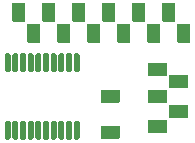
<source format=gts>
G04 #@! TF.GenerationSoftware,KiCad,Pcbnew,(5.1.7)-1*
G04 #@! TF.CreationDate,2020-11-15T22:52:21-06:00*
G04 #@! TF.ProjectId,snesdecoder,736e6573-6465-4636-9f64-65722e6b6963,v01*
G04 #@! TF.SameCoordinates,Original*
G04 #@! TF.FileFunction,Soldermask,Top*
G04 #@! TF.FilePolarity,Negative*
%FSLAX46Y46*%
G04 Gerber Fmt 4.6, Leading zero omitted, Abs format (unit mm)*
G04 Created by KiCad (PCBNEW (5.1.7)-1) date 2020-11-15 22:52:21*
%MOMM*%
%LPD*%
G01*
G04 APERTURE LIST*
G04 APERTURE END LIST*
G36*
G01*
X151950400Y-83175800D02*
X151699600Y-83175800D01*
G75*
G02*
X151574200Y-83050400I0J125400D01*
G01*
X151574200Y-81724600D01*
G75*
G02*
X151699600Y-81599200I125400J0D01*
G01*
X151950400Y-81599200D01*
G75*
G02*
X152075800Y-81724600I0J-125400D01*
G01*
X152075800Y-83050400D01*
G75*
G02*
X151950400Y-83175800I-125400J0D01*
G01*
G37*
G36*
G01*
X152600400Y-83175800D02*
X152349600Y-83175800D01*
G75*
G02*
X152224200Y-83050400I0J125400D01*
G01*
X152224200Y-81724600D01*
G75*
G02*
X152349600Y-81599200I125400J0D01*
G01*
X152600400Y-81599200D01*
G75*
G02*
X152725800Y-81724600I0J-125400D01*
G01*
X152725800Y-83050400D01*
G75*
G02*
X152600400Y-83175800I-125400J0D01*
G01*
G37*
G36*
G01*
X153250400Y-83175800D02*
X152999600Y-83175800D01*
G75*
G02*
X152874200Y-83050400I0J125400D01*
G01*
X152874200Y-81724600D01*
G75*
G02*
X152999600Y-81599200I125400J0D01*
G01*
X153250400Y-81599200D01*
G75*
G02*
X153375800Y-81724600I0J-125400D01*
G01*
X153375800Y-83050400D01*
G75*
G02*
X153250400Y-83175800I-125400J0D01*
G01*
G37*
G36*
G01*
X153900400Y-83175800D02*
X153649600Y-83175800D01*
G75*
G02*
X153524200Y-83050400I0J125400D01*
G01*
X153524200Y-81724600D01*
G75*
G02*
X153649600Y-81599200I125400J0D01*
G01*
X153900400Y-81599200D01*
G75*
G02*
X154025800Y-81724600I0J-125400D01*
G01*
X154025800Y-83050400D01*
G75*
G02*
X153900400Y-83175800I-125400J0D01*
G01*
G37*
G36*
G01*
X154550400Y-83175800D02*
X154299600Y-83175800D01*
G75*
G02*
X154174200Y-83050400I0J125400D01*
G01*
X154174200Y-81724600D01*
G75*
G02*
X154299600Y-81599200I125400J0D01*
G01*
X154550400Y-81599200D01*
G75*
G02*
X154675800Y-81724600I0J-125400D01*
G01*
X154675800Y-83050400D01*
G75*
G02*
X154550400Y-83175800I-125400J0D01*
G01*
G37*
G36*
G01*
X155200400Y-83175800D02*
X154949600Y-83175800D01*
G75*
G02*
X154824200Y-83050400I0J125400D01*
G01*
X154824200Y-81724600D01*
G75*
G02*
X154949600Y-81599200I125400J0D01*
G01*
X155200400Y-81599200D01*
G75*
G02*
X155325800Y-81724600I0J-125400D01*
G01*
X155325800Y-83050400D01*
G75*
G02*
X155200400Y-83175800I-125400J0D01*
G01*
G37*
G36*
G01*
X155850400Y-83175800D02*
X155599600Y-83175800D01*
G75*
G02*
X155474200Y-83050400I0J125400D01*
G01*
X155474200Y-81724600D01*
G75*
G02*
X155599600Y-81599200I125400J0D01*
G01*
X155850400Y-81599200D01*
G75*
G02*
X155975800Y-81724600I0J-125400D01*
G01*
X155975800Y-83050400D01*
G75*
G02*
X155850400Y-83175800I-125400J0D01*
G01*
G37*
G36*
G01*
X156500400Y-83175800D02*
X156249600Y-83175800D01*
G75*
G02*
X156124200Y-83050400I0J125400D01*
G01*
X156124200Y-81724600D01*
G75*
G02*
X156249600Y-81599200I125400J0D01*
G01*
X156500400Y-81599200D01*
G75*
G02*
X156625800Y-81724600I0J-125400D01*
G01*
X156625800Y-83050400D01*
G75*
G02*
X156500400Y-83175800I-125400J0D01*
G01*
G37*
G36*
G01*
X157150400Y-83175800D02*
X156899600Y-83175800D01*
G75*
G02*
X156774200Y-83050400I0J125400D01*
G01*
X156774200Y-81724600D01*
G75*
G02*
X156899600Y-81599200I125400J0D01*
G01*
X157150400Y-81599200D01*
G75*
G02*
X157275800Y-81724600I0J-125400D01*
G01*
X157275800Y-83050400D01*
G75*
G02*
X157150400Y-83175800I-125400J0D01*
G01*
G37*
G36*
G01*
X157800400Y-83175800D02*
X157549600Y-83175800D01*
G75*
G02*
X157424200Y-83050400I0J125400D01*
G01*
X157424200Y-81724600D01*
G75*
G02*
X157549600Y-81599200I125400J0D01*
G01*
X157800400Y-81599200D01*
G75*
G02*
X157925800Y-81724600I0J-125400D01*
G01*
X157925800Y-83050400D01*
G75*
G02*
X157800400Y-83175800I-125400J0D01*
G01*
G37*
G36*
G01*
X157800400Y-88900800D02*
X157549600Y-88900800D01*
G75*
G02*
X157424200Y-88775400I0J125400D01*
G01*
X157424200Y-87449600D01*
G75*
G02*
X157549600Y-87324200I125400J0D01*
G01*
X157800400Y-87324200D01*
G75*
G02*
X157925800Y-87449600I0J-125400D01*
G01*
X157925800Y-88775400D01*
G75*
G02*
X157800400Y-88900800I-125400J0D01*
G01*
G37*
G36*
G01*
X157150400Y-88900800D02*
X156899600Y-88900800D01*
G75*
G02*
X156774200Y-88775400I0J125400D01*
G01*
X156774200Y-87449600D01*
G75*
G02*
X156899600Y-87324200I125400J0D01*
G01*
X157150400Y-87324200D01*
G75*
G02*
X157275800Y-87449600I0J-125400D01*
G01*
X157275800Y-88775400D01*
G75*
G02*
X157150400Y-88900800I-125400J0D01*
G01*
G37*
G36*
G01*
X156500400Y-88900800D02*
X156249600Y-88900800D01*
G75*
G02*
X156124200Y-88775400I0J125400D01*
G01*
X156124200Y-87449600D01*
G75*
G02*
X156249600Y-87324200I125400J0D01*
G01*
X156500400Y-87324200D01*
G75*
G02*
X156625800Y-87449600I0J-125400D01*
G01*
X156625800Y-88775400D01*
G75*
G02*
X156500400Y-88900800I-125400J0D01*
G01*
G37*
G36*
G01*
X155850400Y-88900800D02*
X155599600Y-88900800D01*
G75*
G02*
X155474200Y-88775400I0J125400D01*
G01*
X155474200Y-87449600D01*
G75*
G02*
X155599600Y-87324200I125400J0D01*
G01*
X155850400Y-87324200D01*
G75*
G02*
X155975800Y-87449600I0J-125400D01*
G01*
X155975800Y-88775400D01*
G75*
G02*
X155850400Y-88900800I-125400J0D01*
G01*
G37*
G36*
G01*
X155200400Y-88900800D02*
X154949600Y-88900800D01*
G75*
G02*
X154824200Y-88775400I0J125400D01*
G01*
X154824200Y-87449600D01*
G75*
G02*
X154949600Y-87324200I125400J0D01*
G01*
X155200400Y-87324200D01*
G75*
G02*
X155325800Y-87449600I0J-125400D01*
G01*
X155325800Y-88775400D01*
G75*
G02*
X155200400Y-88900800I-125400J0D01*
G01*
G37*
G36*
G01*
X154550400Y-88900800D02*
X154299600Y-88900800D01*
G75*
G02*
X154174200Y-88775400I0J125400D01*
G01*
X154174200Y-87449600D01*
G75*
G02*
X154299600Y-87324200I125400J0D01*
G01*
X154550400Y-87324200D01*
G75*
G02*
X154675800Y-87449600I0J-125400D01*
G01*
X154675800Y-88775400D01*
G75*
G02*
X154550400Y-88900800I-125400J0D01*
G01*
G37*
G36*
G01*
X153900400Y-88900800D02*
X153649600Y-88900800D01*
G75*
G02*
X153524200Y-88775400I0J125400D01*
G01*
X153524200Y-87449600D01*
G75*
G02*
X153649600Y-87324200I125400J0D01*
G01*
X153900400Y-87324200D01*
G75*
G02*
X154025800Y-87449600I0J-125400D01*
G01*
X154025800Y-88775400D01*
G75*
G02*
X153900400Y-88900800I-125400J0D01*
G01*
G37*
G36*
G01*
X153250400Y-88900800D02*
X152999600Y-88900800D01*
G75*
G02*
X152874200Y-88775400I0J125400D01*
G01*
X152874200Y-87449600D01*
G75*
G02*
X152999600Y-87324200I125400J0D01*
G01*
X153250400Y-87324200D01*
G75*
G02*
X153375800Y-87449600I0J-125400D01*
G01*
X153375800Y-88775400D01*
G75*
G02*
X153250400Y-88900800I-125400J0D01*
G01*
G37*
G36*
G01*
X152600400Y-88900800D02*
X152349600Y-88900800D01*
G75*
G02*
X152224200Y-88775400I0J125400D01*
G01*
X152224200Y-87449600D01*
G75*
G02*
X152349600Y-87324200I125400J0D01*
G01*
X152600400Y-87324200D01*
G75*
G02*
X152725800Y-87449600I0J-125400D01*
G01*
X152725800Y-88775400D01*
G75*
G02*
X152600400Y-88900800I-125400J0D01*
G01*
G37*
G36*
G01*
X151950400Y-88900800D02*
X151699600Y-88900800D01*
G75*
G02*
X151574200Y-88775400I0J125400D01*
G01*
X151574200Y-87449600D01*
G75*
G02*
X151699600Y-87324200I125400J0D01*
G01*
X151950400Y-87324200D01*
G75*
G02*
X152075800Y-87449600I0J-125400D01*
G01*
X152075800Y-88775400D01*
G75*
G02*
X151950400Y-88900800I-125400J0D01*
G01*
G37*
G36*
G01*
X166189200Y-80652000D02*
X166189200Y-79152000D01*
G75*
G02*
X166240000Y-79101200I50800J0D01*
G01*
X167240000Y-79101200D01*
G75*
G02*
X167290800Y-79152000I0J-50800D01*
G01*
X167290800Y-80652000D01*
G75*
G02*
X167240000Y-80702800I-50800J0D01*
G01*
X166240000Y-80702800D01*
G75*
G02*
X166189200Y-80652000I0J50800D01*
G01*
G37*
G36*
G01*
X164919200Y-78874000D02*
X164919200Y-77374000D01*
G75*
G02*
X164970000Y-77323200I50800J0D01*
G01*
X165970000Y-77323200D01*
G75*
G02*
X166020800Y-77374000I0J-50800D01*
G01*
X166020800Y-78874000D01*
G75*
G02*
X165970000Y-78924800I-50800J0D01*
G01*
X164970000Y-78924800D01*
G75*
G02*
X164919200Y-78874000I0J50800D01*
G01*
G37*
G36*
G01*
X163649200Y-80652000D02*
X163649200Y-79152000D01*
G75*
G02*
X163700000Y-79101200I50800J0D01*
G01*
X164700000Y-79101200D01*
G75*
G02*
X164750800Y-79152000I0J-50800D01*
G01*
X164750800Y-80652000D01*
G75*
G02*
X164700000Y-80702800I-50800J0D01*
G01*
X163700000Y-80702800D01*
G75*
G02*
X163649200Y-80652000I0J50800D01*
G01*
G37*
G36*
G01*
X162379200Y-78874000D02*
X162379200Y-77374000D01*
G75*
G02*
X162430000Y-77323200I50800J0D01*
G01*
X163430000Y-77323200D01*
G75*
G02*
X163480800Y-77374000I0J-50800D01*
G01*
X163480800Y-78874000D01*
G75*
G02*
X163430000Y-78924800I-50800J0D01*
G01*
X162430000Y-78924800D01*
G75*
G02*
X162379200Y-78874000I0J50800D01*
G01*
G37*
G36*
G01*
X161109200Y-80652000D02*
X161109200Y-79152000D01*
G75*
G02*
X161160000Y-79101200I50800J0D01*
G01*
X162160000Y-79101200D01*
G75*
G02*
X162210800Y-79152000I0J-50800D01*
G01*
X162210800Y-80652000D01*
G75*
G02*
X162160000Y-80702800I-50800J0D01*
G01*
X161160000Y-80702800D01*
G75*
G02*
X161109200Y-80652000I0J50800D01*
G01*
G37*
G36*
G01*
X159839200Y-78874000D02*
X159839200Y-77374000D01*
G75*
G02*
X159890000Y-77323200I50800J0D01*
G01*
X160890000Y-77323200D01*
G75*
G02*
X160940800Y-77374000I0J-50800D01*
G01*
X160940800Y-78874000D01*
G75*
G02*
X160890000Y-78924800I-50800J0D01*
G01*
X159890000Y-78924800D01*
G75*
G02*
X159839200Y-78874000I0J50800D01*
G01*
G37*
G36*
G01*
X158569200Y-80652000D02*
X158569200Y-79152000D01*
G75*
G02*
X158620000Y-79101200I50800J0D01*
G01*
X159620000Y-79101200D01*
G75*
G02*
X159670800Y-79152000I0J-50800D01*
G01*
X159670800Y-80652000D01*
G75*
G02*
X159620000Y-80702800I-50800J0D01*
G01*
X158620000Y-80702800D01*
G75*
G02*
X158569200Y-80652000I0J50800D01*
G01*
G37*
G36*
G01*
X157299200Y-78874000D02*
X157299200Y-77374000D01*
G75*
G02*
X157350000Y-77323200I50800J0D01*
G01*
X158350000Y-77323200D01*
G75*
G02*
X158400800Y-77374000I0J-50800D01*
G01*
X158400800Y-78874000D01*
G75*
G02*
X158350000Y-78924800I-50800J0D01*
G01*
X157350000Y-78924800D01*
G75*
G02*
X157299200Y-78874000I0J50800D01*
G01*
G37*
G36*
G01*
X156029200Y-80652000D02*
X156029200Y-79152000D01*
G75*
G02*
X156080000Y-79101200I50800J0D01*
G01*
X157080000Y-79101200D01*
G75*
G02*
X157130800Y-79152000I0J-50800D01*
G01*
X157130800Y-80652000D01*
G75*
G02*
X157080000Y-80702800I-50800J0D01*
G01*
X156080000Y-80702800D01*
G75*
G02*
X156029200Y-80652000I0J50800D01*
G01*
G37*
G36*
G01*
X154759200Y-78874000D02*
X154759200Y-77374000D01*
G75*
G02*
X154810000Y-77323200I50800J0D01*
G01*
X155810000Y-77323200D01*
G75*
G02*
X155860800Y-77374000I0J-50800D01*
G01*
X155860800Y-78874000D01*
G75*
G02*
X155810000Y-78924800I-50800J0D01*
G01*
X154810000Y-78924800D01*
G75*
G02*
X154759200Y-78874000I0J50800D01*
G01*
G37*
G36*
G01*
X152219200Y-78874000D02*
X152219200Y-77374000D01*
G75*
G02*
X152270000Y-77323200I50800J0D01*
G01*
X153270000Y-77323200D01*
G75*
G02*
X153320800Y-77374000I0J-50800D01*
G01*
X153320800Y-78874000D01*
G75*
G02*
X153270000Y-78924800I-50800J0D01*
G01*
X152270000Y-78924800D01*
G75*
G02*
X152219200Y-78874000I0J50800D01*
G01*
G37*
G36*
G01*
X153489200Y-80652000D02*
X153489200Y-79152000D01*
G75*
G02*
X153540000Y-79101200I50800J0D01*
G01*
X154540000Y-79101200D01*
G75*
G02*
X154590800Y-79152000I0J-50800D01*
G01*
X154590800Y-80652000D01*
G75*
G02*
X154540000Y-80702800I-50800J0D01*
G01*
X153540000Y-80702800D01*
G75*
G02*
X153489200Y-80652000I0J50800D01*
G01*
G37*
G36*
G01*
X161266000Y-88824800D02*
X159766000Y-88824800D01*
G75*
G02*
X159715200Y-88774000I0J50800D01*
G01*
X159715200Y-87774000D01*
G75*
G02*
X159766000Y-87723200I50800J0D01*
G01*
X161266000Y-87723200D01*
G75*
G02*
X161316800Y-87774000I0J-50800D01*
G01*
X161316800Y-88774000D01*
G75*
G02*
X161266000Y-88824800I-50800J0D01*
G01*
G37*
G36*
G01*
X161266000Y-85776800D02*
X159766000Y-85776800D01*
G75*
G02*
X159715200Y-85726000I0J50800D01*
G01*
X159715200Y-84726000D01*
G75*
G02*
X159766000Y-84675200I50800J0D01*
G01*
X161266000Y-84675200D01*
G75*
G02*
X161316800Y-84726000I0J-50800D01*
G01*
X161316800Y-85726000D01*
G75*
G02*
X161266000Y-85776800I-50800J0D01*
G01*
G37*
G36*
G01*
X165266000Y-83514800D02*
X163766000Y-83514800D01*
G75*
G02*
X163715200Y-83464000I0J50800D01*
G01*
X163715200Y-82464000D01*
G75*
G02*
X163766000Y-82413200I50800J0D01*
G01*
X165266000Y-82413200D01*
G75*
G02*
X165316800Y-82464000I0J-50800D01*
G01*
X165316800Y-83464000D01*
G75*
G02*
X165266000Y-83514800I-50800J0D01*
G01*
G37*
G36*
G01*
X167044000Y-84530800D02*
X165544000Y-84530800D01*
G75*
G02*
X165493200Y-84480000I0J50800D01*
G01*
X165493200Y-83480000D01*
G75*
G02*
X165544000Y-83429200I50800J0D01*
G01*
X167044000Y-83429200D01*
G75*
G02*
X167094800Y-83480000I0J-50800D01*
G01*
X167094800Y-84480000D01*
G75*
G02*
X167044000Y-84530800I-50800J0D01*
G01*
G37*
G36*
G01*
X165266000Y-85800800D02*
X163766000Y-85800800D01*
G75*
G02*
X163715200Y-85750000I0J50800D01*
G01*
X163715200Y-84750000D01*
G75*
G02*
X163766000Y-84699200I50800J0D01*
G01*
X165266000Y-84699200D01*
G75*
G02*
X165316800Y-84750000I0J-50800D01*
G01*
X165316800Y-85750000D01*
G75*
G02*
X165266000Y-85800800I-50800J0D01*
G01*
G37*
G36*
G01*
X167044000Y-87070800D02*
X165544000Y-87070800D01*
G75*
G02*
X165493200Y-87020000I0J50800D01*
G01*
X165493200Y-86020000D01*
G75*
G02*
X165544000Y-85969200I50800J0D01*
G01*
X167044000Y-85969200D01*
G75*
G02*
X167094800Y-86020000I0J-50800D01*
G01*
X167094800Y-87020000D01*
G75*
G02*
X167044000Y-87070800I-50800J0D01*
G01*
G37*
G36*
G01*
X165266000Y-88340800D02*
X163766000Y-88340800D01*
G75*
G02*
X163715200Y-88290000I0J50800D01*
G01*
X163715200Y-87290000D01*
G75*
G02*
X163766000Y-87239200I50800J0D01*
G01*
X165266000Y-87239200D01*
G75*
G02*
X165316800Y-87290000I0J-50800D01*
G01*
X165316800Y-88290000D01*
G75*
G02*
X165266000Y-88340800I-50800J0D01*
G01*
G37*
M02*

</source>
